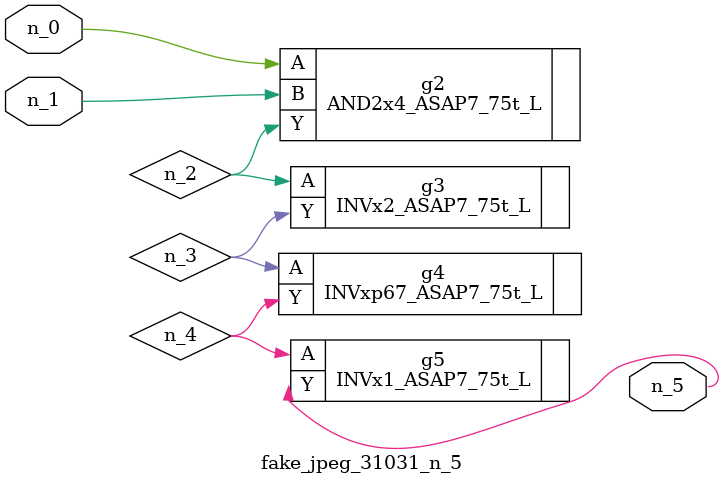
<source format=v>
module fake_jpeg_31031_n_5 (n_0, n_1, n_5);

input n_0;
input n_1;

output n_5;

wire n_3;
wire n_2;
wire n_4;

AND2x4_ASAP7_75t_L g2 ( 
.A(n_0),
.B(n_1),
.Y(n_2)
);

INVx2_ASAP7_75t_L g3 ( 
.A(n_2),
.Y(n_3)
);

INVxp67_ASAP7_75t_L g4 ( 
.A(n_3),
.Y(n_4)
);

INVx1_ASAP7_75t_L g5 ( 
.A(n_4),
.Y(n_5)
);


endmodule
</source>
